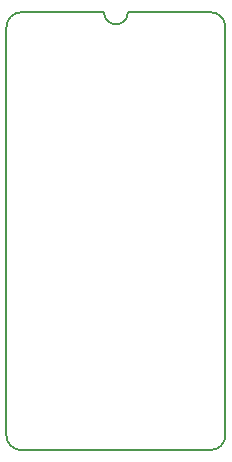
<source format=gm1>
G04 #@! TF.GenerationSoftware,KiCad,Pcbnew,(5.1.2-1)-1*
G04 #@! TF.CreationDate,2019-06-12T16:50:37+03:00*
G04 #@! TF.ProjectId,ayx,6179782e-6b69-4636-9164-5f7063625858,rev?*
G04 #@! TF.SameCoordinates,Original*
G04 #@! TF.FileFunction,Profile,NP*
%FSLAX46Y46*%
G04 Gerber Fmt 4.6, Leading zero omitted, Abs format (unit mm)*
G04 Created by KiCad (PCBNEW (5.1.2-1)-1) date 2019-06-12 16:50:37*
%MOMM*%
%LPD*%
G04 APERTURE LIST*
%ADD10C,0.150000*%
G04 APERTURE END LIST*
D10*
X157226000Y-120142000D02*
G75*
G02X155956000Y-121412000I-1270000J0D01*
G01*
X146939000Y-84328000D02*
G75*
G03X148971000Y-84328000I1016000J0D01*
G01*
X146939000Y-84328000D02*
X139954000Y-84328000D01*
X138684000Y-120142000D02*
G75*
G03X139954000Y-121412000I1270000J0D01*
G01*
X157226000Y-85598000D02*
G75*
G03X155956000Y-84328000I-1270000J0D01*
G01*
X139954000Y-84328000D02*
G75*
G03X138684000Y-85598000I0J-1270000D01*
G01*
X138684000Y-120142000D02*
X138684000Y-85598000D01*
X155956000Y-121412000D02*
X139954000Y-121412000D01*
X157226000Y-85598000D02*
X157226000Y-120142000D01*
X148971000Y-84328000D02*
X155956000Y-84328000D01*
M02*

</source>
